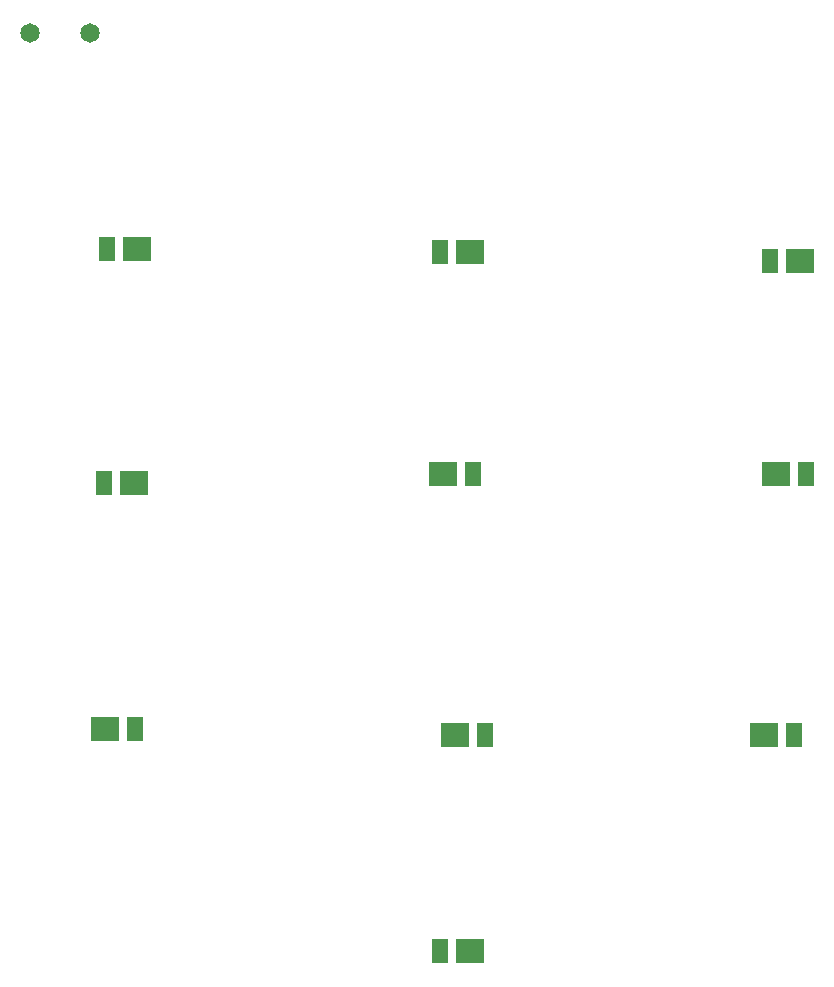
<source format=gts>
%TF.GenerationSoftware,KiCad,Pcbnew,9.0.7*%
%TF.CreationDate,2026-02-25T22:42:23-06:00*%
%TF.ProjectId,grow_lights,67726f77-5f6c-4696-9768-74732e6b6963,rev?*%
%TF.SameCoordinates,Original*%
%TF.FileFunction,Soldermask,Top*%
%TF.FilePolarity,Negative*%
%FSLAX46Y46*%
G04 Gerber Fmt 4.6, Leading zero omitted, Abs format (unit mm)*
G04 Created by KiCad (PCBNEW 9.0.7) date 2026-02-25 22:42:23*
%MOMM*%
%LPD*%
G01*
G04 APERTURE LIST*
%ADD10C,1.650000*%
%ADD11R,1.420000X2.100000*%
%ADD12R,2.490000X2.100000*%
G04 APERTURE END LIST*
D10*
%TO.C,J11*%
X110536000Y-58928000D03*
X115616000Y-58928000D03*
%TD*%
D11*
%TO.C,LED6*%
X117078000Y-77216000D03*
D12*
X119623000Y-77216000D03*
%TD*%
%TO.C,LED10*%
X147828000Y-136652000D03*
D11*
X145283000Y-136652000D03*
%TD*%
%TO.C,LED4*%
X148082000Y-96266000D03*
D12*
X145537000Y-96266000D03*
%TD*%
%TO.C,LED1*%
X119396000Y-97028000D03*
D11*
X116851000Y-97028000D03*
%TD*%
%TO.C,LED7*%
X145283000Y-77470000D03*
D12*
X147828000Y-77470000D03*
%TD*%
%TO.C,LED5*%
X146553000Y-118364000D03*
D11*
X149098000Y-118364000D03*
%TD*%
D12*
%TO.C,LED9*%
X172715000Y-118364000D03*
D11*
X175260000Y-118364000D03*
%TD*%
D12*
%TO.C,LED3*%
X116878000Y-117856000D03*
D11*
X119423000Y-117856000D03*
%TD*%
%TO.C,LED8*%
X173217000Y-78232000D03*
D12*
X175762000Y-78232000D03*
%TD*%
D11*
%TO.C,LED2*%
X176276000Y-96266000D03*
D12*
X173731000Y-96266000D03*
%TD*%
M02*

</source>
